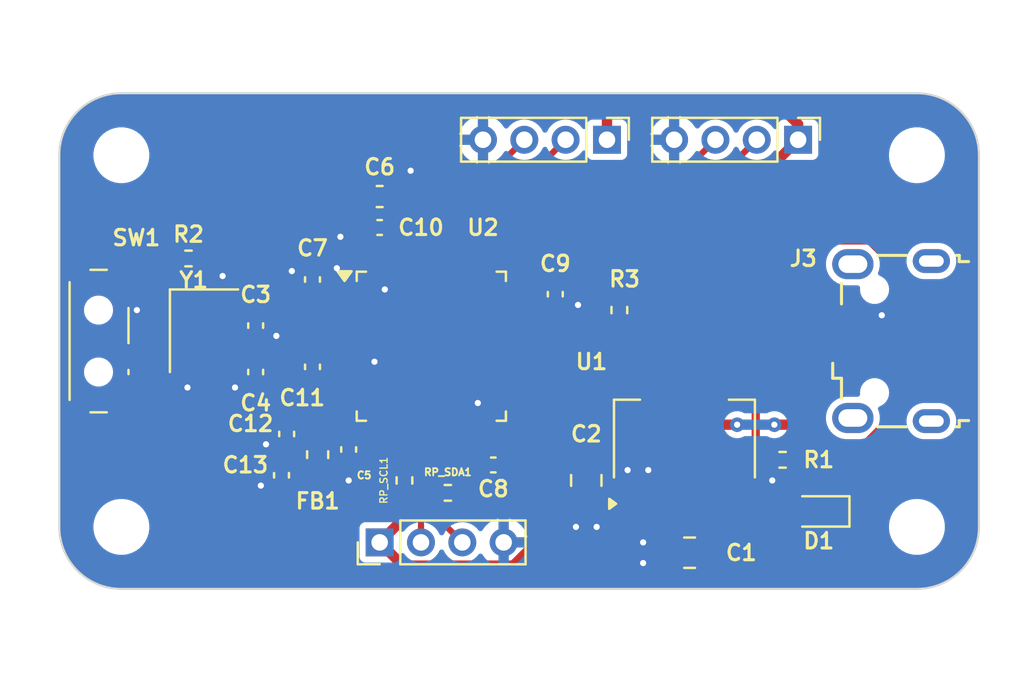
<source format=kicad_pcb>
(kicad_pcb (version 20240108) (generator "pcbnew") (generator_version "8.0")
  (layers (0 "F.Cu" signal) (31 "B.Cu" power) (34 "B.Paste" user) (35 "F.Paste" user) (36 "B.SilkS" user "B.Silkscreen") (37 "F.SilkS" user "F.Silkscreen") (38 "B.Mask" user) (39 "F.Mask" user) (44 "Edge.Cuts" user))
  (net 0 "")
  (net 1 "GND")
  (net 2 "VBUS")
  (net 3 "+3.3V")
  (net 4 "/HSE_IN")
  (net 5 "/HSE_OUT")
  (net 6 "/NRST")
  (net 7 "+3.3VA")
  (net 8 "/PWR_LED_K")
  (net 9 "/USART1_RX")
  (net 10 "/USART1_TX")
  (net 11 "/I2C2_SDA")
  (net 12 "/I2C2_SCL")
  (net 13 "/USB_D+")
  (net 16 "/USB_D-")
  (net 20 "/SWDIO")
  (net 21 "/SWCLK")
  (net 22 "/BOOT0")
  (net 23 "/SW_BOOT0")
  (footprint "Connector_PinHeader_2.00mm:PinHeader_1x04_P2.00mm_Vertical" (layer "F.Cu") (at 76.75 69 -90)
    (property "Reference" "J4")
    (property "Value" "Conn_01x04_Male")
    (pad "1" thru_hole rect (at 0 0 270) (size 1.35 1.35) (drill 0.8) (layers "*.Cu" "*.Mask") (net 3 "+3.3V"))
    (pad "2" thru_hole oval (at 0 2 270) (size 1.35 1.35) (drill 0.8) (layers "*.Cu" "*.Mask") (net 20 "/SWDIO"))
    (pad "3" thru_hole oval (at 0 4 270) (size 1.35 1.35) (drill 0.8) (layers "*.Cu" "*.Mask") (net 21 "/SWCLK"))
    (pad "4" thru_hole oval (at 0 6 270) (size 1.35 1.35) (drill 0.8) (layers "*.Cu" "*.Mask") (net 1 "GND"))
  )
  (footprint "Capacitor_SMD:C_0402_1005Metric" (layer "F.Cu") (at 53.25 75.77 90)
    (property "Reference" "C7" (at 1.52 0 180) (layer "F.SilkS") (effects (font (size 0.75 0.75))))
    (property "Value" "100n")
    (pad "1" smd roundrect (at -0.48 0 90) (size 0.56 0.62) (layers "F.Cu" "F.Paste" "F.Mask") (net 3 "+3.3V"))
    (pad "2" smd roundrect (at 0.48 0 90) (size 0.56 0.62) (layers "F.Cu" "F.Paste" "F.Mask") (net 1 "GND"))
  )
  (footprint "Resistor_SMD:R_0402_1005Metric" (layer "F.Cu") (at 68.1 77.25 -90)
    (property "Reference" "R3" (at -1.5 -0.25 180) (layer "F.SilkS") (effects (font (size 0.75 0.75))))
    (property "Value" "1k5")
    (pad "1" smd roundrect (at -0.51 0 270) (size 0.54 0.64) (layers "F.Cu" "F.Paste" "F.Mask") (net 3 "+3.3V"))
    (pad "2" smd roundrect (at 0.51 0 270) (size 0.54 0.64) (layers "F.Cu" "F.Paste" "F.Mask") (net 13 "/USB_D+"))
  )
  (footprint "Capacitor_SMD:C_0805_2012Metric" (layer "F.Cu") (at 71.5 89 180)
    (property "Reference" "C1" (at -2.5 0 360) (layer "F.SilkS") (effects (font (size 0.75 0.75))))
    (property "Value" "22u")
    (pad "1" smd roundrect (at -0.95 0 180) (size 1 1.45) (layers "F.Cu" "F.Paste" "F.Mask") (net 2 "VBUS"))
    (pad "2" smd roundrect (at 0.95 0 180) (size 1 1.45) (layers "F.Cu" "F.Paste" "F.Mask") (net 1 "GND"))
  )
  (footprint "Package_TO_SOT_SMD:SOT-223-3_TabPin2" (layer "F.Cu") (at 71.25 83.5 90)
    (property "Reference" "U1" (at 3.75 -4.5 180) (layer "F.SilkS") (effects (font (size 0.75 0.75))))
    (property "Value" "AMS1117-3.3")
    (pad "1" smd roundrect (at -3.15 -2.3 90) (size 2 1.5) (layers "F.Cu" "F.Paste" "F.Mask") (net 1 "GND"))
    (pad "2" smd roundrect (at -3.15 0 90) (size 2 1.5) (layers "F.Cu" "F.Paste" "F.Mask") (net 3 "+3.3V"))
    (pad "2" smd roundrect (at 3.15 0 90) (size 2 3.8) (layers "F.Cu" "F.Paste" "F.Mask") (net 3 "+3.3V"))
    (pad "3" smd roundrect (at -3.15 2.3 90) (size 2 1.5) (layers "F.Cu" "F.Paste" "F.Mask") (net 2 "VBUS"))
  )
  (footprint "Capacitor_SMD:C_0402_1005Metric" (layer "F.Cu") (at 50.5 80.25 -90)
    (property "Reference" "C4" (at 1.5 0 0) (layer "F.SilkS") (effects (font (size 0.75 0.75))))
    (property "Value" "10p")
    (pad "1" smd roundrect (at -0.48 0 270) (size 0.56 0.62) (layers "F.Cu" "F.Paste" "F.Mask") (net 5 "/HSE_OUT"))
    (pad "2" smd roundrect (at 0.48 0 270) (size 0.56 0.62) (layers "F.Cu" "F.Paste" "F.Mask") (net 1 "GND"))
  )
  (footprint "Resistor_SMD:R_0402_1005Metric" (layer "F.Cu") (at 57.7 85.5 90)
    (property "Reference" "RP_SCL1" (at 0 -1 90) (layer "F.SilkS") (effects (font (size 0.35 0.35) (thickness 0.0625))))
    (property "Value" "2k2")
    (pad "1" smd roundrect (at -0.51 0 90) (size 0.54 0.64) (layers "F.Cu" "F.Paste" "F.Mask") (net 3 "+3.3V"))
    (pad "2" smd roundrect (at 0.51 0 90) (size 0.54 0.64) (layers "F.Cu" "F.Paste" "F.Mask") (net 12 "/I2C2_SCL"))
  )
  (footprint "MountingHole:MountingHole_2.2mm_M2" (layer "F.Cu") (at 44 87.75)
    (property "Reference" "H4" (hide yes))
    (property "Value" "MountingHole")
    (pad "" np_thru_hole circle (at 0 0) (size 2.2 2.2) (drill 2.2) (layers "*.Cu" "*.Mask"))
  )
  (footprint "Capacitor_SMD:C_0402_1005Metric" (layer "F.Cu") (at 53.25 80 90)
    (property "Reference" "C11" (at -1.5 -0.5 180) (layer "F.SilkS") (effects (font (size 0.75 0.75))))
    (property "Value" "10n")
    (pad "1" smd roundrect (at -0.48 0 90) (size 0.56 0.62) (layers "F.Cu" "F.Paste" "F.Mask") (net 7 "+3.3VA"))
    (pad "2" smd roundrect (at 0.48 0 90) (size 0.56 0.62) (layers "F.Cu" "F.Paste" "F.Mask") (net 1 "GND"))
  )
  (footprint "Package_QFP:LQFP-48_7x7mm_P0.5mm" (layer "F.Cu") (at 59 79)
    (property "Reference" "U2" (at 2.5 -5.75 0) (layer "F.SilkS") (effects (font (size 0.75 0.75))))
    (property "Value" "STM32F103C8T6")
    (pad "1" smd roundrect (at -4.1625 -2.75) (size 1.475 0.3) (layers "F.Cu" "F.Paste" "F.Mask") (net 3 "+3.3V"))
    (pad "2" smd roundrect (at -4.1625 -2.25) (size 1.475 0.3) (layers "F.Cu" "F.Paste" "F.Mask"))
    (pad "3" smd roundrect (at -4.1625 -1.75) (size 1.475 0.3) (layers "F.Cu" "F.Paste" "F.Mask"))
    (pad "4" smd roundrect (at -4.1625 -1.25) (size 1.475 0.3) (layers "F.Cu" "F.Paste" "F.Mask"))
    (pad "5" smd roundrect (at -4.1625 -0.75) (size 1.475 0.3) (layers "F.Cu" "F.Paste" "F.Mask") (net 4 "/HSE_IN"))
    (pad "6" smd roundrect (at -4.1625 -0.25) (size 1.475 0.3) (layers "F.Cu" "F.Paste" "F.Mask") (net 5 "/HSE_OUT"))
    (pad "7" smd roundrect (at -4.1625 0.25) (size 1.475 0.3) (layers "F.Cu" "F.Paste" "F.Mask") (net 6 "/NRST"))
    (pad "8" smd roundrect (at -4.1625 0.75) (size 1.475 0.3) (layers "F.Cu" "F.Paste" "F.Mask") (net 1 "GND"))
    (pad "9" smd roundrect (at -4.1625 1.25) (size 1.475 0.3) (layers "F.Cu" "F.Paste" "F.Mask") (net 7 "+3.3VA"))
    (pad "10" smd roundrect (at -4.1625 1.75) (size 1.475 0.3) (layers "F.Cu" "F.Paste" "F.Mask"))
    (pad "11" smd roundrect (at -4.1625 2.25) (size 1.475 0.3) (layers "F.Cu" "F.Paste" "F.Mask"))
    (pad "12" smd roundrect (at -4.1625 2.75) (size 1.475 0.3) (layers "F.Cu" "F.Paste" "F.Mask"))
    (pad "13" smd roundrect (at -2.75 4.1625) (size 0.3 1.475) (layers "F.Cu" "F.Paste" "F.Mask"))
    (pad "14" smd roundrect (at -2.25 4.1625) (size 0.3 1.475) (layers "F.Cu" "F.Paste" "F.Mask"))
    (pad "15" smd roundrect (at -1.75 4.1625) (size 0.3 1.475) (layers "F.Cu" "F.Paste" "F.Mask"))
    (pad "16" smd roundrect (at -1.25 4.1625) (size 0.3 1.475) (layers "F.Cu" "F.Paste" "F.Mask"))
    (pad "17" smd roundrect (at -0.75 4.1625) (size 0.3 1.475) (layers "F.Cu" "F.Paste" "F.Mask"))
    (pad "18" smd roundrect (at -0.25 4.1625) (size 0.3 1.475) (layers "F.Cu" "F.Paste" "F.Mask"))
    (pad "19" smd roundrect (at 0.25 4.1625) (size 0.3 1.475) (layers "F.Cu" "F.Paste" "F.Mask"))
    (pad "20" smd roundrect (at 0.75 4.1625) (size 0.3 1.475) (layers "F.Cu" "F.Paste" "F.Mask"))
    (pad "21" smd roundrect (at 1.25 4.1625) (size 0.3 1.475) (layers "F.Cu" "F.Paste" "F.Mask") (net 12 "/I2C2_SCL"))
    (pad "22" smd roundrect (at 1.75 4.1625) (size 0.3 1.475) (layers "F.Cu" "F.Paste" "F.Mask") (net 11 "/I2C2_SDA"))
    (pad "23" smd roundrect (at 2.25 4.1625) (size 0.3 1.475) (layers "F.Cu" "F.Paste" "F.Mask") (net 1 "GND"))
    (pad "24" smd roundrect (at 2.75 4.1625) (size 0.3 1.475) (layers "F.Cu" "F.Paste" "F.Mask") (net 3 "+3.3V"))
    (pad "25" smd roundrect (at 4.1625 2.75) (size 1.475 0.3) (layers "F.Cu" "F.Paste" "F.Mask"))
    (pad "26" smd roundrect (at 4.1625 2.25) (size 1.475 0.3) (layers "F.Cu" "F.Paste" "F.Mask"))
    (pad "27" smd roundrect (at 4.1625 1.75) (size 1.475 0.3) (layers "F.Cu" "F.Paste" "F.Mask"))
    (pad "28" smd roundrect (at 4.1625 1.25) (size 1.475 0.3) (layers "F.Cu" "F.Paste" "F.Mask"))
    (pad "29" smd roundrect (at 4.1625 0.75) (size 1.475 0.3) (layers "F.Cu" "F.Paste" "F.Mask"))
    (pad "30" smd roundrect (at 4.1625 0.25) (size 1.475 0.3) (layers "F.Cu" "F.Paste" "F.Mask"))
    (pad "31" smd roundrect (at 4.1625 -0.25) (size 1.475 0.3) (layers "F.Cu" "F.Paste" "F.Mask"))
    (pad "32" smd roundrect (at 4.1625 -0.75) (size 1.475 0.3) (layers "F.Cu" "F.Paste" "F.Mask") (net 16 "/USB_D-"))
    (pad "33" smd roundrect (at 4.1625 -1.25) (size 1.475 0.3) (layers "F.Cu" "F.Paste" "F.Mask") (net 13 "/USB_D+"))
    (pad "34" smd roundrect (at 4.1625 -1.75) (size 1.475 0.3) (layers "F.Cu" "F.Paste" "F.Mask") (net 20 "/SWDIO"))
    (pad "35" smd roundrect (at 4.1625 -2.25) (size 1.475 0.3) (layers "F.Cu" "F.Paste" "F.Mask") (net 1 "GND"))
    (pad "36" smd roundrect (at 4.1625 -2.75) (size 1.475 0.3) (layers "F.Cu" "F.Paste" "F.Mask") (net 3 "+3.3V"))
    (pad "37" smd roundrect (at 2.75 -4.1625) (size 0.3 1.475) (layers "F.Cu" "F.Paste" "F.Mask") (net 21 "/SWCLK"))
    (pad "38" smd roundrect (at 2.25 -4.1625) (size 0.3 1.475) (layers "F.Cu" "F.Paste" "F.Mask"))
    (pad "39" smd roundrect (at 1.75 -4.1625) (size 0.3 1.475) (layers "F.Cu" "F.Paste" "F.Mask"))
    (pad "40" smd roundrect (at 1.25 -4.1625) (size 0.3 1.475) (layers "F.Cu" "F.Paste" "F.Mask"))
    (pad "41" smd roundrect (at 0.75 -4.1625) (size 0.3 1.475) (layers "F.Cu" "F.Paste" "F.Mask"))
    (pad "42" smd roundrect (at 0.25 -4.1625) (size 0.3 1.475) (layers "F.Cu" "F.Paste" "F.Mask") (net 10 "/USART1_TX"))
    (pad "43" smd roundrect (at -0.25 -4.1625) (size 0.3 1.475) (layers "F.Cu" "F.Paste" "F.Mask") (net 9 "/USART1_RX"))
    (pad "44" smd roundrect (at -0.75 -4.1625) (size 0.3 1.475) (layers "F.Cu" "F.Paste" "F.Mask") (net 22 "/BOOT0"))
    (pad "45" smd roundrect (at -1.25 -4.1625) (size 0.3 1.475) (layers "F.Cu" "F.Paste" "F.Mask"))
    (pad "46" smd roundrect (at -1.75 -4.1625) (size 0.3 1.475) (layers "F.Cu" "F.Paste" "F.Mask"))
    (pad "47" smd roundrect (at -2.25 -4.1625) (size 0.3 1.475) (layers "F.Cu" "F.Paste" "F.Mask") (net 1 "GND"))
    (pad "48" smd roundrect (at -2.75 -4.1625) (size 0.3 1.475) (layers "F.Cu" "F.Paste" "F.Mask") (net 3 "+3.3V"))
  )
  (footprint "Connector_PinHeader_2.00mm:PinHeader_1x04_P2.00mm_Vertical" (layer "F.Cu") (at 56.5 88.5 90)
    (property "Reference" "J2")
    (property "Value" "Conn_01x04_Male")
    (pad "1" thru_hole rect (at 0 0 90) (size 1.35 1.35) (drill 0.8) (layers "*.Cu" "*.Mask") (net 3 "+3.3V"))
    (pad "2" thru_hole oval (at 0 2 90) (size 1.35 1.35) (drill 0.8) (layers "*.Cu" "*.Mask") (net 12 "/I2C2_SCL"))
    (pad "3" thru_hole oval (at 0 4 90) (size 1.35 1.35) (drill 0.8) (layers "*.Cu" "*.Mask") (net 11 "/I2C2_SDA"))
    (pad "4" thru_hole oval (at 0 6 90) (size 1.35 1.35) (drill 0.8) (layers "*.Cu" "*.Mask") (net 1 "GND"))
  )
  (footprint "Capacitor_SMD:C_0402_1005Metric" (layer "F.Cu") (at 55 84 -90)
    (property "Reference" "C5" (at 1.25 -0.75 180) (layer "F.SilkS") (effects (font (size 0.35 0.35) (thickness 0.0875) (bold yes))))
    (property "Value" "100n")
    (pad "1" smd roundrect (at -0.48 0 270) (size 0.56 0.62) (layers "F.Cu" "F.Paste" "F.Mask") (net 6 "/NRST"))
    (pad "2" smd roundrect (at 0.48 0 270) (size 0.56 0.62) (layers "F.Cu" "F.Paste" "F.Mask") (net 1 "GND"))
  )
  (footprint "Capacitor_SMD:C_0402_1005Metric" (layer "F.Cu") (at 62 84.75 180)
    (property "Reference" "C8" (at 0 -1.16 0) (layer "F.SilkS") (effects (font (size 0.75 0.75))))
    (property "Value" "100n")
    (pad "1" smd roundrect (at -0.48 0 180) (size 0.56 0.62) (layers "F.Cu" "F.Paste" "F.Mask") (net 3 "+3.3V"))
    (pad "2" smd roundrect (at 0.48 0 180) (size 0.56 0.62) (layers "F.Cu" "F.Paste" "F.Mask") (net 1 "GND"))
  )
  (footprint "Capacitor_SMD:C_0603_1608Metric" (layer "F.Cu") (at 56.5 71.75)
    (property "Reference" "C6" (at 0 -1.43 360) (layer "F.SilkS") (effects (font (size 0.75 0.75))))
    (property "Value" "10u")
    (pad "1" smd roundrect (at -0.775 0) (size 0.9 0.95) (layers "F.Cu" "F.Paste" "F.Mask") (net 3 "+3.3V"))
    (pad "2" smd roundrect (at 0.775 0) (size 0.9 0.95) (layers "F.Cu" "F.Paste" "F.Mask") (net 1 "GND"))
  )
  (footprint "Inductor_SMD:L_0603_1608Metric" (layer "F.Cu") (at 53.5 84.25 -90)
    (property "Reference" "FB1" (at 2.25 0 360) (layer "F.SilkS") (effects (font (size 0.75 0.75))))
    (property "Value" "120R")
    (pad "1" smd roundrect (at -0.7875 0 270) (size 0.875 0.95) (layers "F.Cu" "F.Paste" "F.Mask") (net 7 "+3.3VA"))
    (pad "2" smd roundrect (at 0.7875 0 270) (size 0.875 0.95) (layers "F.Cu" "F.Paste" "F.Mask") (net 3 "+3.3V"))
  )
  (footprint "Crystal:Crystal_SMD_3225-4Pin_3.2x2.5mm" (layer "F.Cu") (at 48 78.25 -90)
    (property "Reference" "Y1" (at -2.45 0.5 180) (layer "F.SilkS") (effects (font (size 0.75 0.75))))
    (property "Value" "16MHz")
    (pad "1" smd rect (at -1.1 0.85 270) (size 1.4 1.2) (layers "F.Cu" "F.Paste" "F.Mask") (net 4 "/HSE_IN"))
    (pad "2" smd rect (at 1.1 0.85 270) (size 1.4 1.2) (layers "F.Cu" "F.Paste" "F.Mask") (net 1 "GND"))
    (pad "3" smd rect (at 1.1 -0.85 270) (size 1.4 1.2) (layers "F.Cu" "F.Paste" "F.Mask") (net 5 "/HSE_OUT"))
    (pad "4" smd rect (at -1.1 -0.85 270) (size 1.4 1.2) (layers "F.Cu" "F.Paste" "F.Mask") (net 1 "GND"))
  )
  (footprint "Capacitor_SMD:C_0402_1005Metric" (layer "F.Cu") (at 52 83.25 -90)
    (property "Reference" "C12" (at -0.5 1.75 0) (layer "F.SilkS") (effects (font (size 0.75 0.75))))
    (property "Value" "1u")
    (pad "1" smd roundrect (at -0.48 0 270) (size 0.56 0.62) (layers "F.Cu" "F.Paste" "F.Mask") (net 7 "+3.3VA"))
    (pad "2" smd roundrect (at 0.48 0 270) (size 0.56 0.62) (layers "F.Cu" "F.Paste" "F.Mask") (net 1 "GND"))
  )
  (footprint "Capacitor_SMD:C_0805_2012Metric" (layer "F.Cu") (at 66.5 85.5 -90)
    (property "Reference" "C2" (at -2.25 0 360) (layer "F.SilkS") (effects (font (size 0.75 0.75))))
    (property "Value" "22u")
    (pad "1" smd roundrect (at -0.95 0 270) (size 1 1.45) (layers "F.Cu" "F.Paste" "F.Mask") (net 3 "+3.3V"))
    (pad "2" smd roundrect (at 0.95 0 270) (size 1 1.45) (layers "F.Cu" "F.Paste" "F.Mask") (net 1 "GND"))
  )
  (footprint "Resistor_SMD:R_0402_1005Metric" (layer "F.Cu") (at 47.25 74.75)
    (property "Reference" "R2" (at 0 -1.17 360) (layer "F.SilkS") (effects (font (size 0.75 0.75))))
    (property "Value" "10k")
    (pad "1" smd roundrect (at -0.51 0) (size 0.54 0.64) (layers "F.Cu" "F.Paste" "F.Mask") (net 23 "/SW_BOOT0"))
    (pad "2" smd roundrect (at 0.51 0) (size 0.54 0.64) (layers "F.Cu" "F.Paste" "F.Mask") (net 22 "/BOOT0"))
  )
  (footprint "Connector_PinHeader_2.00mm:PinHeader_1x04_P2.00mm_Vertical" (layer "F.Cu") (at 67.5 69 -90)
    (property "Reference" "J1")
    (property "Value" "Conn_01x04_Male")
    (pad "1" thru_hole rect (at 0 0 270) (size 1.35 1.35) (drill 0.8) (layers "*.Cu" "*.Mask") (net 3 "+3.3V"))
    (pad "2" thru_hole oval (at 0 2 270) (size 1.35 1.35) (drill 0.8) (layers "*.Cu" "*.Mask") (net 10 "/USART1_TX"))
    (pad "3" thru_hole oval (at 0 4 270) (size 1.35 1.35) (drill 0.8) (layers "*.Cu" "*.Mask") (net 9 "/USART1_RX"))
    (pad "4" thru_hole oval (at 0 6 270) (size 1.35 1.35) (drill 0.8) (layers "*.Cu" "*.Mask") (net 1 "GND"))
  )
  (footprint "MountingHole:MountingHole_2.2mm_M2" (layer "F.Cu") (at 82.5 87.75)
    (property "Reference" "H2" (hide yes))
    (property "Value" "MountingHole")
    (pad "" np_thru_hole circle (at 0 0) (size 2.2 2.2) (drill 2.2) (layers "*.Cu" "*.Mask"))
  )
  (footprint "MountingHole:MountingHole_2.2mm_M2" (layer "F.Cu") (at 82.5 69.75)
    (property "Reference" "H1" (hide yes))
    (property "Value" "MountingHole")
    (pad "" np_thru_hole circle (at 0 0) (size 2.2 2.2) (drill 2.2) (layers "*.Cu" "*.Mask"))
  )
  (footprint "Connector_USB:USB_Micro-B_Wuerth_629105150521" (layer "F.Cu") (at 81.25 78.75 90)
    (property "Reference" "J3" (at 4 -4.25 180) (layer "F.SilkS") (effects (font (size 0.75 0.75))))
    (property "Value" "USB_B_Micro")
    (pad "" np_thru_hole oval (at -2.5 -0.8 90) (size 0.8 0.8) (drill 0.8) (layers "*.Cu" "*.Mask"))
    (pad "" np_thru_hole oval (at 2.5 -0.8 90) (size 0.8 0.8) (drill 0.8) (layers "*.Cu" "*.Mask"))
    (pad "1" smd rect (at -1.3 -1.9 90) (size 0.45 1.3) (layers "F.Cu" "F.Paste" "F.Mask") (net 2 "VBUS"))
    (pad "2" smd rect (at -0.65 -1.9 90) (size 0.45 1.3) (layers "F.Cu" "F.Paste" "F.Mask") (net 16 "/USB_D-"))
    (pad "3" smd rect (at 0 -1.9 90) (size 0.45 1.3) (layers "F.Cu" "F.Paste" "F.Mask") (net 13 "/USB_D+"))
    (pad "4" smd rect (at 0.65 -1.9 90) (size 0.45 1.3) (layers "F.Cu" "F.Paste" "F.Mask"))
    (pad "5" smd rect (at 1.3 -1.9 90) (size 0.45 1.3) (layers "F.Cu" "F.Paste" "F.Mask") (net 1 "GND"))
    (pad "6" thru_hole oval (at -3.875 1.95 90) (size 1.15 1.8) (drill oval 0.55 1.2) (layers "*.Cu" "*.Mask"))
    (pad "6" thru_hole oval (at -3.725 -1.85 90) (size 1.45 2) (drill oval 0.85 1.4) (layers "*.Cu" "*.Mask"))
    (pad "6" thru_hole oval (at 3.725 -1.85 90) (size 1.45 2) (drill oval 0.85 1.4) (layers "*.Cu" "*.Mask"))
    (pad "6" thru_hole oval (at 3.875 1.95 90) (size 1.15 1.8) (drill oval 0.55 1.2) (layers "*.Cu" "*.Mask"))
  )
  (footprint "LED_SMD:LED_0603_1608Metric" (layer "F.Cu") (at 77.75 87 180)
    (property "Reference" "D1" (at 0 -1.43 360) (layer "F.SilkS") (effects (font (size 0.75 0.75))))
    (property "Value" "GREEN")
    (pad "1" smd roundrect (at -0.7875 0 180) (size 0.875 0.95) (layers "F.Cu" "F.Paste" "F.Mask") (net 8 "/PWR_LED_K"))
    (pad "2" smd roundrect (at 0.7875 0 180) (size 0.875 0.95) (layers "F.Cu" "F.Paste" "F.Mask") (net 3 "+3.3V"))
  )
  (footprint "Capacitor_SMD:C_0402_1005Metric" (layer "F.Cu") (at 50.5 78 -90)
    (property "Reference" "C3" (at -1.5 0 0) (layer "F.SilkS") (effects (font (size 0.75 0.75))))
    (property "Value" "10p")
    (pad "1" smd roundrect (at -0.48 0 270) (size 0.56 0.62) (layers "F.Cu" "F.Paste" "F.Mask") (net 4 "/HSE_IN"))
    (pad "2" smd roundrect (at 0.48 0 270) (size 0.56 0.62) (layers "F.Cu" "F.Paste" "F.Mask") (net 1 "GND"))
  )
  (footprint "MountingHole:MountingHole_2.2mm_M2" (layer "F.Cu") (at 44 69.75)
    (property "Reference" "H3" (hide yes))
    (property "Value" "MountingHole")
    (pad "" np_thru_hole circle (at 0 0) (size 2.2 2.2) (drill 2.2) (layers "*.Cu" "*.Mask"))
  )
  (footprint "Capacitor_SMD:C_0402_1005Metric" (layer "F.Cu") (at 65 76.48 -90)
    (property "Reference" "C9" (at -1.48 0 180) (layer "F.SilkS") (effects (font (size 0.75 0.75))))
    (property "Value" "100n")
    (pad "1" smd roundrect (at -0.48 0 270) (size 0.56 0.62) (layers "F.Cu" "F.Paste" "F.Mask") (net 3 "+3.3V"))
    (pad "2" smd roundrect (at 0.48 0 270) (size 0.56 0.62) (layers "F.Cu" "F.Paste" "F.Mask") (net 1 "GND"))
  )
  (footprint "Resistor_SMD:R_0402_1005Metric" (layer "F.Cu") (at 76 84.5 180)
    (property "Reference" "R1" (at -1.75 0 360) (layer "F.SilkS") (effects (font (size 0.75 0.75))))
    (property "Value" "1k5")
    (pad "1" smd roundrect (at -0.51 0 180) (size 0.54 0.64) (layers "F.Cu" "F.Paste" "F.Mask") (net 8 "/PWR_LED_K"))
    (pad "2" smd roundrect (at 0.51 0 180) (size 0.54 0.64) (layers "F.Cu" "F.Paste" "F.Mask") (net 1 "GND"))
  )
  (footprint "Resistor_SMD:R_0402_1005Metric" (layer "F.Cu") (at 59.8 86.1)
    (property "Reference" "RP_SDA1" (at 0 -1 360) (layer "F.SilkS") (effects (font (size 0.35 0.35) (thickness 0.0875))))
    (property "Value" "2k2")
    (pad "1" smd roundrect (at -0.51 0) (size 0.54 0.64) (layers "F.Cu" "F.Paste" "F.Mask") (net 11 "/I2C2_SDA"))
    (pad "2" smd roundrect (at 0.51 0) (size 0.54 0.64) (layers "F.Cu" "F.Paste" "F.Mask") (net 3 "+3.3V"))
  )
  (footprint "Capacitor_SMD:C_0402_1005Metric" (layer "F.Cu") (at 56.5 73.25)
    (property "Reference" "C10" (at 2 0 0) (layer "F.SilkS") (effects (font (size 0.75 0.75))))
    (property "Value" "100n")
    (pad "1" smd roundrect (at -0.48 0) (size 0.56 0.62) (layers "F.Cu" "F.Paste" "F.Mask") (net 3 "+3.3V"))
    (pad "2" smd roundrect (at 0.48 0) (size 0.56 0.62) (layers "F.Cu" "F.Paste" "F.Mask") (net 1 "GND"))
  )
  (footprint "Button_Switch_SMD:SW_SPDT_PCM12" (layer "F.Cu") (at 43.225 78.75 -90)
    (property "Reference" "SW1" (at -5 -1.5 0) (layer "F.SilkS") (effects (font (size 0.75 0.75))))
    (property "Value" "SW_SPDT")
    (pad "" smd rect (at -3.65 -0.78 270) (size 1 0.8) (layers "F.Cu" "F.Paste" "F.Mask"))
    (pad "" smd rect (at -3.65 1.43 270) (size 1 0.8) (layers "F.Cu" "F.Paste" "F.Mask"))
    (pad "" np_thru_hole circle (at -1.5 0.33 270) (size 0.9 0.9) (drill 0.9) (layers "*.Cu" "*.Mask"))
    (pad "" np_thru_hole circle (at 1.5 0.33 270) (size 0.9 0.9) (drill 0.9) (layers "*.Cu" "*.Mask"))
    (pad "" smd rect (at 3.65 -0.78 270) (size 1 0.8) (layers "F.Cu" "F.Paste" "F.Mask"))
    (pad "" smd rect (at 3.65 1.43 270) (size 1 0.8) (layers "F.Cu" "F.Paste" "F.Mask"))
    (pad "1" smd rect (at -2.25 -1.43 270) (size 0.7 1.5) (layers "F.Cu" "F.Paste" "F.Mask") (net 1 "GND"))
    (pad "2" smd rect (at 0.75 -1.43 270) (size 0.7 1.5) (layers "F.Cu" "F.Paste" "F.Mask") (net 23 "/SW_BOOT0"))
    (pad "3" smd rect (at 2.25 -1.43 270) (size 0.7 1.5) (layers "F.Cu" "F.Paste" "F.Mask") (net 3 "+3.3V"))
  )
  (footprint "Capacitor_SMD:C_0402_1005Metric" (layer "F.Cu") (at 51.75 85.25 -90)
    (property "Reference" "C13" (at -0.5 1.75 180) (layer "F.SilkS") (effects (font (size 0.75 0.75))))
    (property "Value" "1u")
    (pad "1" smd roundrect (at -0.48 0 270) (size 0.56 0.62) (layers "F.Cu" "F.Paste" "F.Mask") (net 3 "+3.3V"))
    (pad "2" smd roundrect (at 0.48 0 270) (size 0.56 0.62) (layers "F.Cu" "F.Paste" "F.Mask") (net 1 "GND"))
  )
  (gr_arc (start 44 90.75) (mid 41.87868 89.87132) (end 41 87.75) (stroke (width 0.1)) (layer "Edge.Cuts"))
  (gr_arc (start 82.5 66.75) (mid 84.62132 67.62868) (end 85.5 69.75) (stroke (width 0.1)) (layer "Edge.Cuts"))
  (gr_line (start 82.5 90.75) (end 44 90.75) (stroke (width 0.1)) (layer "Edge.Cuts"))
  (gr_line (start 41 87.75) (end 41 69.75) (stroke (width 0.1)) (layer "Edge.Cuts"))
  (gr_arc (start 41 69.75) (mid 41.87868 67.62868) (end 44 66.75) (stroke (width 0.1)) (layer "Edge.Cuts"))
  (gr_line (start 82.5 66.75) (end 44 66.75) (stroke (width 0.1)) (layer "Edge.Cuts"))
  (gr_arc (start 85.5 87.75) (mid 84.62132 89.87132) (end 82.5 90.75) (stroke (width 0.1)) (layer "Edge.Cuts"))
  (gr_line (start 85.5 87.75) (end 85.5 69.75) (stroke (width 0.1)) (layer "Edge.Cuts"))
  (segment (start 51.02 83.73) (end 51 83.75) (width 0.5) (layer "F.Cu") (net 1))
  (segment (start 61.25 83.1625) (end 61.25 84.48) (width 0.3) (layer "F.Cu") (net 1))
  (segment (start 55 84.48) (end 55 85.5) (width 0.5) (layer "F.Cu") (net 1))
  (segment (start 54.8375 79.75) (end 56.25 79.75) (width 0.3) (layer "F.Cu") (net 1))
  (segment (start 64.25 76.75) (end 63.1625 76.75) (width 0.3) (layer "F.Cu") (net 1))
  (segment (start 56.99688 73.75) (end 57 73.75) (width 0.3) (layer "F.Cu") (net 1))
  (segment (start 50.77 85.73) (end 50.75 85.75) (width 0.5) (layer "F.Cu") (net 1))
  (segment (start 50.5 78.48) (end 51.48 78.48) (width 0.5) (layer "F.Cu") (net 1))
  (segment (start 53.25 75.29) (end 52.32 75.29) (width 0.5) (layer "F.Cu") (net 1))
  (segment (start 47.15 79.35) (end 47.15 80.95) (width 0.3) (layer "F.Cu") (net 1))
  (segment (start 51.75 85.73) (end 50.77 85.73) (width 0.5) (layer "F.Cu") (net 1))
  (segment (start 53.99688 79.75) (end 53.75 79.50312) (width 0.3) (layer "F.Cu") (net 1))
  (segment (start 44.655 77.155) (end 44.75 77.25) (width 0.5) (layer "F.Cu") (net 1))
  (segment (start 66.06 76.96) (end 66.1 77) (width 0.3) (layer "F.Cu") (net 1))
  (segment (start 57.275 72.955) (end 56.98 73.25) (width 0.5) (layer "F.Cu") (net 1))
  (segment (start 57 73.75) (end 57 73.27) (width 0.3) (layer "F.Cu") (net 1))
  (segment (start 57.275 71.75) (end 57.275 71.225) (width 0.5) (layer "F.Cu") (net 1))
  (segment (start 80.75 77.45) (end 80.8 77.5) (width 0.3) (layer "F.Cu") (net 1))
  (segment (start 79.35 77.45) (end 80.75 77.45) (width 0.3) (layer "F.Cu") (net 1))
  (segment (start 51.48 78.48) (end 51.5 78.5) (width 0.5) (layer "F.Cu") (net 1))
  (segment (start 53.75 79.50312) (end 53.75 79.5) (width 0.3) (layer "F.Cu") (net 1))
  (segment (start 48.85 75.65) (end 48.9 75.6) (width 0.3) (layer "F.Cu") (net 1))
  (segment (start 65 76.96) (end 64.46 76.96) (width 0.3) (layer "F.Cu") (net 1))
  (segment (start 56.75 74.8375) (end 56.75 73.99688) (width 0.3) (layer "F.Cu") (net 1))
  (segment (start 75.49 85.49) (end 75.5 85.5) (width 0.5) (layer "F.Cu") (net 1))
  (segment (start 49.77 80.73) (end 49.5 81) (width 0.5) (layer "F.Cu") (net 1))
  (segment (start 44.655 76.5) (end 44.655 77.155) (width 0.5) (layer "F.Cu") (net 1))
  (segment (start 75.49 84.5) (end 75.49 85.49) (width 0.5) (layer "F.Cu") (net 1))
  (segment (start 54.8375 79.75) (end 53.99688 79.75) (width 0.3) (layer "F.Cu") (net 1))
  (segment (start 56.75 74.8375) (end 56.75 76.25) (width 0.3) (layer "F.Cu") (net 1))
  (segment (start 48.85 77.15) (end 48.85 75.65) (width 0.3) (layer "F.Cu") (net 1))
  (segment (start 64.46 76.96) (end 64.25 76.75) (width 0.3) (layer "F.Cu") (net 1))
  (segment (start 53.75 79.5) (end 53.73 79.52) (width 0.3) (layer "F.Cu") (net 1))
  (segment (start 57.275 71.225) (end 58 70.5) (width 0.5) (layer "F.Cu") (net 1))
  (segment (start 53.73 79.52) (end 53.25 79.52) (width 0.3) (layer "F.Cu") (net 1))
  (segment (start 52.32 75.29) (end 52.25 75.36) (width 0.5) (layer "F.Cu") (net 1))
  (segment (start 56.75 73.99688) (end 56.99688 73.75) (width 0.3) (layer "F.Cu") (net 1))
  (segment (start 65 76.96) (end 66.06 76.96) (width 0.3) (layer "F.Cu") (net 1))
  (segment (start 52 83.73) (end 51.02 83.73) (width 0.5) (layer "F.Cu") (net 1))
  (segment (start 47.15 80.95) (end 47.2 81) (width 0.3) (layer "F.Cu") (net 1))
  (segment (start 57.275 71.75) (end 57.275 72.955) (width 0.5) (layer "F.Cu") (net 1))
  (segment (start 57 73.27) (end 56.98 73.25) (width 0.3) (layer "F.Cu") (net 1))
  (segment (start 61.25 83.1625) (end 61.25 81.75) (width 0.3) (layer "F.Cu") (net 1))
  (segment (start 61.25 84.48) (end 61.52 84.75) (width 0.3) (layer "F.Cu") (net 1))
  (segment (start 50.5 80.73) (end 49.77 80.73) (width 0.5) (layer "F.Cu") (net 1))
  (via (at 67 87.75) (size 0.7) (drill 0.3) (layers "F.Cu" "B.Cu") (net 1))
  (via (at 66 87.75) (size 0.7) (drill 0.3) (layers "F.Cu" "B.Cu") (net 1))
  (via (at 50.75 85.75) (size 0.7) (drill 0.3) (layers "F.Cu" "B.Cu") (net 1))
  (via (at 61.25 81.75) (size 0.7) (drill 0.3) (layers "F.Cu" "B.Cu") (net 1))
  (via (at 66.1 77) (size 0.7) (drill 0.3) (layers "F.Cu" "B.Cu") (net 1))
  (via (at 80.8 77.5) (size 0.7) (drill 0.3) (layers "F.Cu" "B.Cu") (net 1))
  (via (at 56.25 79.75) (size 0.7) (drill 0.3) (layers "F.Cu" "B.Cu") (net 1))
  (via (at 44.75 77.25) (size 0.7) (drill 0.3) (layers "F.Cu" "B.Cu") (net 1))
  (via (at 58 70.5) (size 0.7) (drill 0.3) (layers "F.Cu" "B.Cu") (net 1))
  (via (at 51 83.75) (size 0.7) (drill 0.3) (layers "F.Cu" "B.Cu") (net 1))
  (via (at 52.25 75.36) (size 0.7) (drill 0.3) (layers "F.Cu" "B.Cu") (net 1))
  (via (at 68.5 85) (size 0.7) (drill 0.3) (layers "F.Cu" "B.Cu") (net 1))
  (via (at 69.5 85) (size 0.7) (drill 0.3) (layers "F.Cu" "B.Cu") (net 1))
  (via (at 56.75 76.25) (size 0.7) (drill 0.3) (layers "F.Cu" "B.Cu") (net 1))
  (via (at 49.5 81) (size 0.7) (drill 0.3) (layers "F.Cu" "B.Cu") (net 1))
  (via (at 55 85.5) (size 0.7) (drill 0.3) (layers "F.Cu" "B.Cu") (net 1))
  (via (at 47.2 81) (size 0.7) (drill 0.3) (layers "F.Cu" "B.Cu") (net 1))
  (via (at 69.25 88.5) (size 0.7) (drill 0.3) (layers "F.Cu" "B.Cu") (net 1))
  (via (at 75.5 85.5) (size 0.7) (drill 0.3) (layers "F.Cu" "B.Cu") (net 1))
  (via (at 51.5 78.5) (size 0.7) (drill 0.3) (layers "F.Cu" "B.Cu") (net 1))
  (via (at 69.25 89.5) (size 0.7) (drill 0.3) (layers "F.Cu" "B.Cu") (net 1))
  (via (at 48.9 75.6) (size 0.7) (drill 0.3) (layers "F.Cu" "B.Cu") (net 1))
  (segment (start 80.225 73.825) (end 71.925 73.825) (width 0.5) (layer "F.Cu") (net 3))
  (segment (start 71.25 84.55) (end 71.25 86.65) (width 0.5) (layer "F.Cu") (net 3))
  (segment (start 67.5 67.9) (end 68 67.4) (width 0.5) (layer "F.Cu") (net 3))
  (segment (start 71.925 73.825) (end 69.01 76.74) (width 0.5) (layer "F.Cu") (net 3))
  (segment (start 76.75 69) (end 71.925 73.825) (width 0.5) (layer "F.Cu") (net 3))
  (segment (start 55.725 71.75) (end 55.35 71.75) (width 0.5) (layer "F.Cu") (net 3))
  (segment (start 54.8375 76.25) (end 53.25 76.25) (width 0.3) (layer "F.Cu") (net 3))
  (segment (start 61.75 83.1625) (end 61.75 84) (width 0.3) (layer "F.Cu") (net 3))
  (segment (start 67.5 69) (end 67.5 67.9) (width 0.5) (layer "F.Cu") (net 3))
  (segment (start 62.25 85.65) (end 64.5 85.65) (width 0.5) (layer "F.Cu") (net 3))
  (segment (start 55.725 71.75) (end 55.725 72.955) (width 0.5) (layer "F.Cu") (net 3))
  (segment (start 57.625 89.625) (end 62.965991 89.625) (width 0.5) (layer "F.Cu") (net 3))
  (segment (start 54.2 86.3) (end 53.5 85.6) (width 0.5) (layer "F.Cu") (net 3))
  (segment (start 57.41 86.3) (end 54.2 86.3) (width 0.5) (layer "F.Cu") (net 3))
  (segment (start 57.7 86.01) (end 57.41 86.3) (width 0.5) (layer "F.Cu") (net 3))
  (segment (start 56.5 88.5) (end 57.625 89.625) (width 0.5) (layer "F.Cu") (net 3))
  (segment (start 69.01 76.74) (end 68.1 76.74) (width 0.5) (layer "F.Cu") (net 3))
  (segment (start 55.35 71.75) (end 54.6 72.5) (width 0.5) (layer "F.Cu") (net 3))
  (segment (start 81.6 75.2) (end 80.225 73.825) (width 0.5) (layer "F.Cu") (net 3))
  (segment (start 79.211701 84.6) (end 81.6 82.211701) (width 0.5) (layer "F.Cu") (net 3))
  (segment (start 64.5 88.090991) (end 64.5 85.65) (width 0.5) (layer "F.Cu") (net 3))
  (segment (start 57.7 87.3) (end 56.5 88.5) (width 0.5) (layer "F.Cu") (net 3))
  (segment (start 76.75 68.25) (end 76.75 69) (width 0.5) (layer "F.Cu") (net 3))
  (segment (start 54.7375 76.2) (end 54.8375 76.2) (width 0.5) (layer "F.Cu") (net 3))
  (segment (start 73 82.8) (end 71.25 84.55) (width 0.5) (layer "F.Cu") (net 3))
  (segment (start 53.2325 84.77) (end 53.5 85.0375) (width 0.5) (layer "F.Cu") (net 3))
  (segment (start 48.425 84.77) (end 51.75 84.77) (width 0.5) (layer "F.Cu") (net 3))
  (segment (start 59.6 67.4) (end 69.3 67.4) (width 0.5) (layer "F.Cu") (net 3))
  (segment (start 55.725 71.75) (end 55.725 71.275) (width 0.5) (layer "F.Cu") (net 3))
  (segment (start 56.02 73.25) (end 56.02 73.52) (width 0.3) (layer "F.Cu") (net 3))
  (segment (start 65.4 84.75) (end 66.3 84.75) (width 0.5) (layer "F.Cu") (net 3))
  (segment (start 51.75 84.77) (end 53.2325 84.77) (width 0.5) (layer "F.Cu") (net 3))
  (segment (start 75.6 82.8) (end 76.4 82.8) (width 0.5) (layer "F.Cu") (net 3))
  (segment (start 64 76.25) (end 64.25 76) (width 0.3) (layer "F.Cu") (net 3))
  (segment (start 77.5 85.5) (end 76.9625 86.0375) (width 0.5) (layer "F.Cu") (net 3))
  (segment (start 62.48 83.8925) (end 62.48 84.75) (width 0.3) (layer "F.Cu") (net 3))
  (segment (start 66.3 84.75) (end 66.5 84.55) (width 0.3) (layer "F.Cu") (net 3))
  (segment (start 76.4 82.8) (end 77.5 83.9) (width 0.5) (layer "F.Cu") (net 3))
  (segment (start 75.9 67.4) (end 76.75 68.25) (width 0.5) (layer "F.Cu") (net 3))
  (segment (start 76.9625 86.0375) (end 76.9625 87) (width 0.5) (layer "F.Cu") (net 3))
  (segment (start 81.6 82.211701) (end 81.6 75.2) (width 0.5) (layer "F.Cu") (net 3))
  (segment (start 56.02 73.52) (end 56.25 73.75) (width 0.3) (layer "F.Cu") (net 3))
  (segment (start 65 76) (end 67.36 76) (width 0.3) (layer "F.Cu") (net 3))
  (segment (start 64.5 85.65) (end 65.4 84.75) (width 0.5) (layer "F.Cu") (net 3))
  (segment (start 55.725 71.275) (end 59.6 67.4) (width 0.5) (layer "F.Cu") (net 3))
  (segment (start 54.427067 75.889567) (end 54.7375 76.2) (width 0.5) (layer "F.Cu") (net 3))
  (segment (start 54.6 72.5) (end 54.6 73.7) (width 0.5) (layer "F.Cu") (net 3))
  (segment (start 77.5 83.9) (end 77.5 84.6) (width 0.5) (layer "F.Cu") (net 3))
  (segment (start 61.75 83.1625) (end 62.48 83.8925) (width 0.3) (layer "F.Cu") (net 3))
  (segment (start 64.25 76) (end 65 76) (width 0.3) (layer "F.Cu") (net 3))
  (segment (start 63.1625 76.25) (end 64 76.25) (width 0.3) (layer "F.Cu") (net 3))
  (segment (start 77.5 84.6) (end 77.5 85.5) (width 0.5) (layer "F.Cu") (net 3))
  (segment (start 77.5 84.6) (end 79.211701 84.6) (width 0.5) (layer "F.Cu") (net 3))
  (segment (start 55.725 72.955) (end 56.02 73.25) (width 0.5) (layer "F.Cu") (net 3))
  (segment (start 71.25 80.75) (end 71.5 81) (width 0.5) (layer "F.Cu") (net 3))
  (segment (start 71.25 80.35) (end 71.25 80.75) (width 0.5) (layer "F.Cu") (net 3))
  (segment (start 44.655 81) (end 48.425 84.77) (width 0.5) (layer "F.Cu") (net 3))
  (segment (start 62.48 84.75) (end 65.4 84.75) (width 0.5) (layer "F.Cu") (net 3))
  (segment (start 69.3 67.4) (end 75.9 67.4) (width 0.5) (layer "F.Cu") (net 3))
  (segment (start 67.36 76) (end 68.1 76.74) (width 0.3) (layer "F.Cu") (net 3))
  (segment (start 54.427067 75.220893) (end 54.427067 75.839567) (width 0.5) (layer "F.Cu") (net 3))
  (segment (start 57.7 86.01) (end 57.7 87.3) (width 0.5) (layer "F.Cu") (net 3))
  (segment (start 73.8 82.8) (end 73 82.8) (width 0.5) (layer "F.Cu") (net 3))
  (segment (start 53.5 85.6) (end 53.5 85.0375) (width 0.5) (layer "F.Cu") (net 3))
  (segment (start 68 67.4) (end 69.3 67.4) (width 0.5) (layer "F.Cu") (net 3))
  (segment (start 61.8 86.1) (end 62.25 85.65) (width 0.5) (layer "F.Cu") (net 3))
  (segment (start 60.31 86.1) (end 61.8 86.1) (width 0.5) (layer "F.Cu") (net 3))
  (segment (start 56.25 73.75) (end 56.25 74.8375) (width 0.3) (layer "F.Cu") (net 3))
  (segment (start 62.965991 89.625) (end 64.5 88.090991) (width 0.5) (layer "F.Cu") (net 3))
  (via (at 54.6 73.7) (size 0.7) (drill 0.3) (layers "F.Cu" "B.Cu") (net 3))
  (via (at 75.6 82.8) (size 0.7) (drill 0.3) (layers "F.Cu" "B.Cu") (net 3))
  (via (at 54.427067 75.220893) (size 0.7) (drill 0.3) (layers "F.Cu" "B.Cu") (net 3))
  (via (at 73.8 82.8) (size 0.7) (drill 0.3) (layers "F.Cu" "B.Cu") (net 3))
  (segment (start 54.6 75.04796) (end 54.427067 75.220893) (width 0.5) (layer "B.Cu") (net 3))
  (segment (start 75.6 82.8) (end 73.8 82.8) (width 0.5) (layer "B.Cu") (net 3))
  (segment (start 54.6 73.7) (end 54.6 75.04796) (width 0.5) (layer "B.Cu") (net 3))
  (segment (start 54.8375 78.25) (end 53.99688 78.25) (width 0.3) (layer "F.Cu") (net 4))
  (segment (start 49.773154 78.2) (end 48.1 78.2) (width 0.3) (layer "F.Cu") (net 4))
  (segment (start 50.453154 77.52) (end 49.773154 78.2) (width 0.3) (layer "F.Cu") (net 4))
  (segment (start 50.5 77.52) (end 50.453154 77.52) (width 0.3) (layer "F.Cu") (net 4))
  (segment (start 48.1 78.2) (end 47.15 77.25) (width 0.3) (layer "F.Cu") (net 4))
  (segment (start 47.15 77.25) (end 47.15 77.15) (width 0.3) (layer "F.Cu") (net 4))
  (segment (start 53.99688 78.25) (end 53.26688 77.52) (width 0.3) (layer "F.Cu") (net 4))
  (segment (start 53.26688 77.52) (end 50.5 77.52) (width 0.3) (layer "F.Cu") (net 4))
  (segment (start 49.27 79.77) (end 48.85 79.35) (width 0.3) (layer "F.Cu") (net 5))
  (segment (start 50.5 79.77) (end 49.27 79.77) (width 0.3) (layer "F.Cu") (net 5))
  (segment (start 54.8375 78.75) (end 52.75 78.75) (width 0.3) (layer "F.Cu") (net 5))
  (segment (start 51.73 79.77) (end 50.5 79.77) (width 0.3) (layer "F.Cu") (net 5))
  (segment (start 52.75 78.75) (end 51.73 79.77) (width 0.3) (layer "F.Cu") (net 5))
  (segment (start 56.95 79.46005) (end 56.53995 79.05) (width 0.3) (layer "F.Cu") (net 6))
  (segment (start 55.76005 79.25) (end 54.8375 79.25) (width 0.3) (layer "F.Cu") (net 6))
  (segment (start 56.53995 79.05) (end 55.96005 79.05) (width 0.3) (layer "F.Cu") (net 6))
  (segment (start 55 83.52) (end 55 83.07188) (width 0.3) (layer "F.Cu") (net 6))
  (segment (start 55.96005 79.05) (end 55.76005 79.25) (width 0.3) (layer "F.Cu") (net 6))
  (segment (start 56.95 81.12188) (end 56.95 79.46005) (width 0.3) (layer "F.Cu") (net 6))
  (segment (start 55 83.07188) (end 56.95 81.12188) (width 0.3) (layer "F.Cu") (net 6))
  (segment (start 53.25 80.48) (end 53.25 81.52) (width 0.3) (layer "F.Cu") (net 7))
  (segment (start 54.8375 80.25) (end 53.99688 80.25) (width 0.3) (layer "F.Cu") (net 7))
  (segment (start 53.75 80.49688) (end 53.75 80.5) (width 0.3) (layer "F.Cu") (net 7))
  (segment (start 52 82.77) (end 52.8075 82.77) (width 0.3) (layer "F.Cu") (net 7))
  (segment (start 53.25 81.52) (end 52 82.77) (width 0.3) (layer "F.Cu") (net 7))
  (segment (start 53.75 80.5) (end 53.27 80.5) (width 0.3) (layer "F.Cu") (net 7))
  (segment (start 53.27 80.5) (end 53.25 80.48) (width 0.3) (layer "F.Cu") (net 7))
  (segment (start 52.8075 82.77) (end 53.5 83.4625) (width 0.3) (layer "F.Cu") (net 7))
  (segment (start 53.99688 80.25) (end 53.75 80.49688) (width 0.3) (layer "F.Cu") (net 7))
  (segment (start 76.51 84.5) (end 76.3625 84.6475) (width 0.3) (layer "F.Cu") (net 8))
  (segment (start 76.175 85.976472) (end 76.175 87.497896) (width 0.3) (layer "F.Cu") (net 8))
  (segment (start 76.3625 85.788972) (end 76.175 85.976472) (width 0.3) (layer "F.Cu") (net 8))
  (segment (start 76.175 87.497896) (end 76.502104 87.825) (width 0.3) (layer "F.Cu") (net 8))
  (segment (start 76.502104 87.825) (end 77.7125 87.825) (width 0.3) (layer "F.Cu") (net 8))
  (segment (start 77.7125 87.825) (end 78.5375 87) (width 0.3) (layer "F.Cu") (net 8))
  (segment (start 76.3625 84.6475) (end 76.3625 85.788972) (width 0.3) (layer "F.Cu") (net 8))
  (segment (start 60.25 70.75) (end 58.75 72.25) (width 0.3) (layer "F.Cu") (net 9))
  (segment (start 63.5 69) (end 61.75 70.75) (width 0.3) (layer "F.Cu") (net 9))
  (segment (start 58.75 72.25) (end 58.75 74.8375) (width 0.3) (layer "F.Cu") (net 9))
  (segment (start 61.75 70.75) (end 60.25 70.75) (width 0.3) (layer "F.Cu") (net 9))
  (segment (start 59.25 72.75) (end 59.25 74.8375) (width 0.3) (layer "F.Cu") (net 10))
  (segment (start 60.5 71.5) (end 59.25 72.75) (width 0.3) (layer "F.Cu") (net 10))
  (segment (start 63 71.5) (end 60.5 71.5) (width 0.3) (layer "F.Cu") (net 10))
  (segment (start 65.5 69) (end 63 71.5) (width 0.3) (layer "F.Cu") (net 10))
  (segment (start 59.29 86.1) (end 59.29 87.29) (width 0.3) (layer "F.Cu") (net 11))
  (segment (start 60.75 84.64) (end 59.29 86.1) (width 0.3) (layer "F.Cu") (net 11))
  (segment (start 59.29 87.29) (end 60.5 88.5) (width 0.3) (layer "F.Cu") (net 11))
  (segment (start 60.75 83.1625) (end 60.75 84.64) (width 0.3) (layer "F.Cu") (net 11))
  (segment (start 58.5 85.79) (end 58.5 88.5) (width 0.3) (layer "F.Cu") (net 12))
  (segment (start 58.44 84.25) (end 57.7 84.99) (width 0.3) (layer "F.Cu") (net 12))
  (segment (start 57.7 84.99) (end 58.5 85.79) (width 0.3) (layer "F.Cu") (net 12))
  (segment (start 60.25 84.00312) (end 60.00312 84.25) (width 0.3) (layer "F.Cu") (net 12))
  (segment (start 60.00312 84.25) (end 58.44 84.25) (width 0.3) (layer "F.Cu") (net 12))
  (segment (start 60.25 83.1625) (end 60.25 84.00312) (width 0.3) (layer "F.Cu") (net 12))
  (segment (start 64.268751 77.75) (end 64.293751 77.775) (width 0.2) (layer "F.Cu") (net 13))
  (segment (start 76.5932 77.775) (end 77.6682 78.85) (width 0.2) (layer "F.Cu") (net 13))
  (segment (start 64.293751 77.775) (end 76.5932 77.775) (width 0.2) (layer "F.Cu") (net 13))
  (segment (start 63.1625 77.75) (end 64.268751 77.75) (width 0.2) (layer "F.Cu") (net 13))
  (segment (start 77.6682 78.85) (end 78.274999 78.85) (width 0.2) (layer "F.Cu") (net 13))
  (segment (start 78.374999 78.75) (end 79.35 78.75) (width 0.2) (layer "F.Cu") (net 13))
  (segment (start 78.274999 78.85) (end 78.374999 78.75) (width 0.2) (layer "F.Cu") (net 13))
  (segment (start 68.573924 78.225) (end 76.4068 78.225) (width 0.2) (layer "F.Cu") (net 16))
  (segment (start 63.1625 78.25) (end 64.268751 78.25) (width 0.2) (layer "F.Cu") (net 16))
  (segment (start 64.293751 78.225) (end 67.626076 78.225) (width 0.2) (layer "F.Cu") (net 16))
  (segment (start 77.4818 79.3) (end 78.274999 79.3) (width 0.2) (layer "F.Cu") (net 16))
  (segment (start 76.4068 78.225) (end 77.4818 79.3) (width 0.2) (layer "F.Cu") (net 16))
  (segment (start 64.268751 78.25) (end 64.293751 78.225) (width 0.2) (layer "F.Cu") (net 16))
  (segment (start 67.626076 78.225) (end 67.731076 78.33) (width 0.2) (layer "F.Cu") (net 16))
  (segment (start 67.731076 78.33) (end 68.468924 78.33) (width 0.2) (layer "F.Cu") (net 16))
  (segment (start 78.274999 79.3) (end 78.374999 79.4) (width 0.2) (layer "F.Cu") (net 16))
  (segment (start 68.468924 78.33) (end 68.573924 78.225) (width 0.2) (layer "F.Cu") (net 16))
  (segment (start 78.374999 79.4) (end 79.35 79.4) (width 0.2) (layer "F.Cu") (net 16))
  (segment (start 65.75 72.17812) (end 71.57188 72.17812) (width 0.3) (layer "F.Cu") (net 20))
  (segment (start 65.75 72.17812) (end 62.075 75.85312) (width 0.3) (layer "F.Cu") (net 20))
  (segment (start 62.32188 77.25) (end 63.1625 77.25) (width 0.3) (layer "F.Cu") (net 20))
  (segment (start 62.075 75.85312) (end 62.075 77.00312) (width 0.3) (layer "F.Cu") (net 20))
  (segment (start 71.57188 72.17812) (end 74.75 69) (width 0.3) (layer "F.Cu") (net 20))
  (segment (start 62.075 77.00312) (end 62.32188 77.25) (width 0.3) (layer "F.Cu") (net 20))
  (segment (start 72.75 69) (end 70.5 71.25) (width 0.3) (layer "F.Cu") (net 21))
  (segment (start 65.3375 71.25) (end 61.75 74.8375) (width 0.3) (layer "F.Cu") (net 21))
  (segment (start 70.5 71.25) (end 65.3375 71.25) (width 0.3) (layer "F.Cu") (net 21))
  (segment (start 57.15 76.95) (end 58.25 75.85) (width 0.3) (layer "F.Cu") (net 22))
  (segment (start 55.99688 75.925) (end 55.99688 76.48683) (width 0.3) (layer "F.Cu") (net 22))
  (segment (start 54.8 74.5) (end 55.1 74.8) (width 0.3) (layer "F.Cu") (net 22))
  (segment (start 55.1 75.02812) (end 55.99688 75.925) (width 0.3) (layer "F.Cu") (net 22))
  (segment (start 48.01 74.5) (end 54.8 74.5) (width 0.3) (layer "F.Cu") (net 22))
  (segment (start 55.1 74.8) (end 55.1 75.02812) (width 0.3) (layer "F.Cu") (net 22))
  (segment (start 56.46005 76.95) (end 57.15 76.95) (width 0.3) (layer "F.Cu") (net 22))
  (segment (start 55.99688 76.48683) (end 56.46005 76.95) (width 0.3) (layer "F.Cu") (net 22))
  (segment (start 58.25 75.85) (end 58.25 74.8375) (width 0.3) (layer "F.Cu") (net 22))
  (segment (start 47.76 74.75) (end 48.01 74.5) (width 0.3) (layer "F.Cu") (net 22))
  (segment (start 45.755 75.735) (end 45.755 78.4) (width 0.3) (layer "F.Cu") (net 23))
  (segment (start 46.74 74.75) (end 45.755 75.735) (width 0.3) (layer "F.Cu") (net 23))
  (segment (start 45.755 78.4) (end 44.655 79.5) (width 0.3) (layer "F.Cu") (net 23))
  (zone (net 3) (net_name "+3.3V") (layer "F.Cu") (priority 2) (connect_pads yes (clearance 0.3)) (min_thickness 0.25) (fill yes (thermal_gap 0.5) (thermal_bridge_width 0.5))
    (polygon (pts (xy 73.1 79.1) (xy 73.4 79.4) (xy 73.4 81.3) (xy 73.1 81.6) (xy 72.6 81.6) (xy 72.3 81.9) (xy 72.3 87.6) (xy 72 87.9) (xy 70.5 87.9) (xy 70.2 87.6) (xy 70.2 84.5) (xy 69.8 84.1) (xy 68.3 84.1) (xy 67.8 84.6) (xy 67.8 85.1) (xy 67.5 85.3) (xy 65.8 85.3) (xy 65.5 85.1) (xy 65.5 84) (xy 65.8 83.8) (xy 67.8 83.8) (xy 68.3 83.3) (xy 68.3 79.4) (xy 68.6 79.1)))
  )
  (zone (net 1) (net_name "GND") (layer "F.Cu") (priority 1) (connect_pads yes (clearance 0.3)) (min_thickness 0.25) (fill yes (thermal_gap 0.5) (thermal_bridge_width 0.5))
    (polygon (pts (xy 65.8 85.6) (xy 67.7 85.6) (xy 68 85.4) (xy 68 84.8) (xy 68.3 84.5) (xy 69.7 84.5) (xy 70 84.8) (xy 70 87.8) (xy 70.2 88) (xy 71.1 88) (xy 71.3 88.2) (xy 71.3 89.9) (xy 71.1 90) (xy 68.8 90) (xy 68.6 89.8) (xy 68.6 88.4) (xy 68.4 88.2) (xy 65.7 88.2) (xy 65.5 88) (xy 65.5 85.8)))
  )
  (zone (net 2) (net_name "VBUS") (layer "F.Cu") (priority 3) (connect_pads yes (clearance 0.3)) (min_thickness 0.25) (fill yes (thermal_gap 0.5) (thermal_bridge_width 0.5))
    (polygon (pts (xy 72.5 85.7) (xy 72.8 85.3) (xy 74.1 85.3) (xy 74.5 84.8) (xy 74.5 80.2) (xy 75 79.8) (xy 80.1 79.8) (xy 80.2 79.9) (xy 80.2 80.2) (xy 80.1 80.3) (xy 75.1 80.3) (xy 74.9 80.5) (xy 74.9 87.7) (xy 74.4 88.1) (xy 73.4 88.1) (xy 73.2 88.3) (xy 73.2 89.7) (xy 72.9 90) (xy 72 90) (xy 71.7 89.7) (xy 71.7 88.1) (xy 71.9 88) (xy 72.3 88) (xy 72.5 87.9)))
  )
  (zone (net 1) (net_name "GND") (layer "B.Cu") (connect_pads (clearance 0.3)) (min_thickness 0.25) (fill yes (thermal_gap 0.5) (thermal_bridge_width 0.5))
    (polygon (pts (xy 41 66.75) (xy 85.5 66.75) (xy 85.5 90.75) (xy 41 90.75)))
  )
)
</source>
